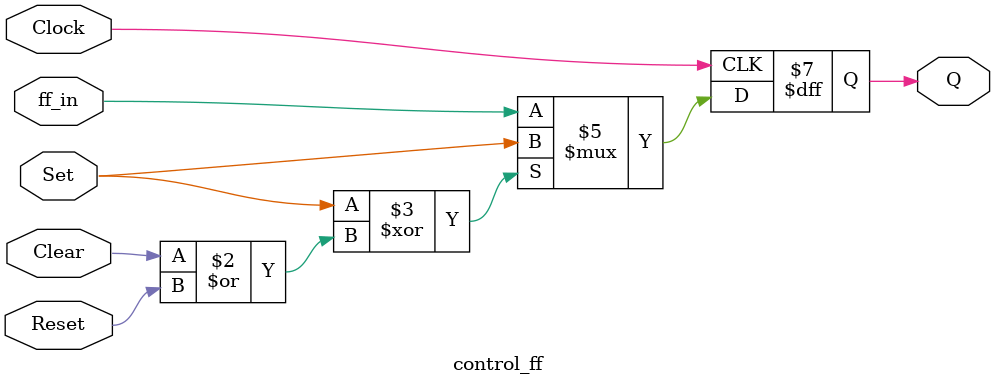
<source format=v>

module control_ff(Clock, ff_in, Set, Clear,Reset, Q);
	input Clock, ff_in, Set, Clear,Reset;
	output reg Q;
	always @(posedge Clock)
	begin
		if (Set^(Clear|Reset)) Q <= Set;
		else Q<=ff_in;
	end	
endmodule
</source>
